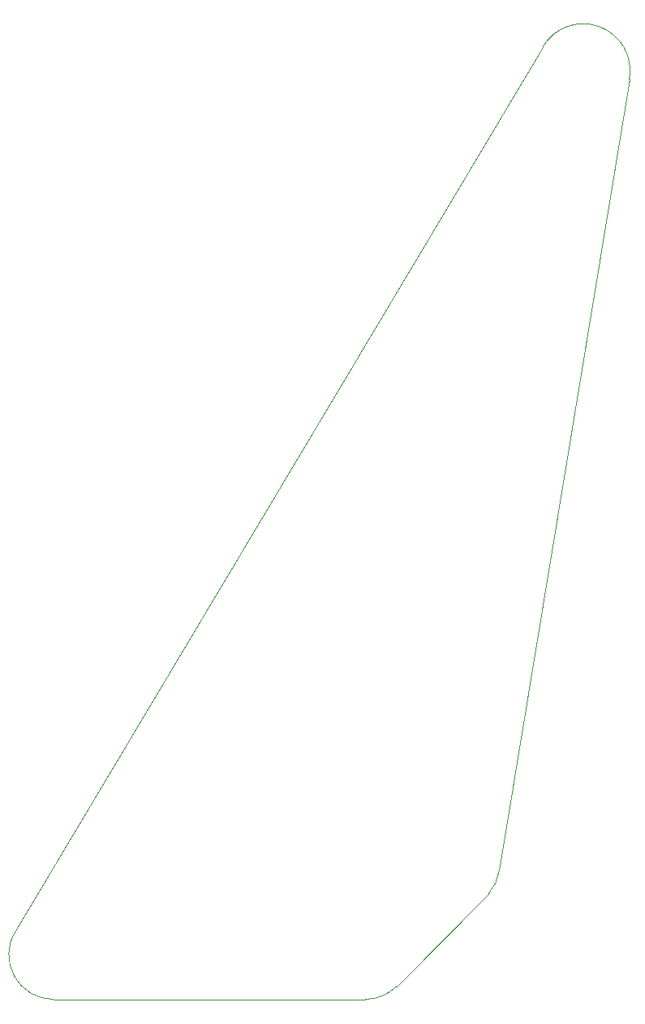
<source format=gbr>
%TF.GenerationSoftware,KiCad,Pcbnew,9.0.7*%
%TF.CreationDate,2026-02-21T03:41:23+02:00*%
%TF.ProjectId,kicad_selka_mk2,6b696361-645f-4736-956c-6b615f6d6b32,rev?*%
%TF.SameCoordinates,Original*%
%TF.FileFunction,Profile,NP*%
%FSLAX46Y46*%
G04 Gerber Fmt 4.6, Leading zero omitted, Abs format (unit mm)*
G04 Created by KiCad (PCBNEW 9.0.7) date 2026-02-21 03:41:23*
%MOMM*%
%LPD*%
G01*
G04 APERTURE LIST*
%TA.AperFunction,Profile*%
%ADD10C,0.050000*%
%TD*%
G04 APERTURE END LIST*
D10*
X113614948Y-125366478D02*
X81082793Y-125375849D01*
X77120392Y-118213049D02*
X132136792Y-26061849D01*
X116867996Y-124033188D02*
G75*
G02*
X113614948Y-125366560I-3253096J3301688D01*
G01*
X127584948Y-111968463D02*
G75*
G02*
X126465334Y-114383409I-4635648J682163D01*
G01*
X81082791Y-125375849D02*
G75*
G02*
X77122175Y-118213013I-4991J4673649D01*
G01*
X141179193Y-29414649D02*
X127584948Y-111968462D01*
X116867996Y-124033188D02*
X126465338Y-114383412D01*
X132136792Y-26061849D02*
G75*
G02*
X141172952Y-29413534I4216408J-2489151D01*
G01*
M02*

</source>
